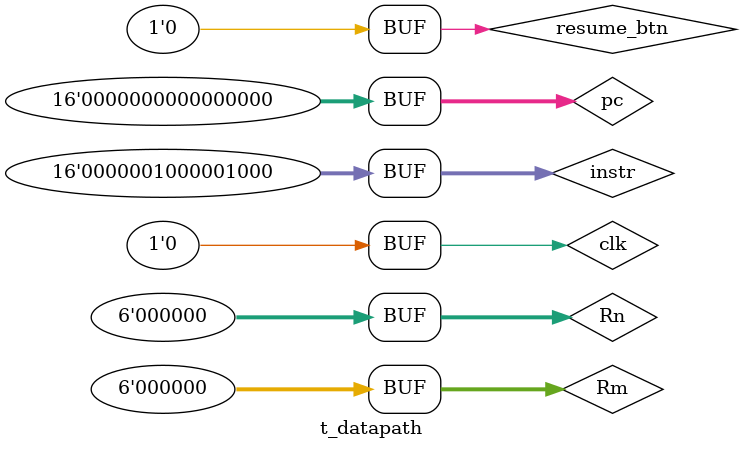
<source format=v>
`timescale 1ns / 1ps

module t_datapath;

	// Inputs
	reg clk;
	reg resume_btn;
	reg [5:0] Rm;
	reg [5:0] Rn;
	reg [15:0] pc;
	reg [15:0] instr;

	// Outputs
	wire clk_dis;
	wire jump_en;
	wire fetch_clk;
	wire [3:0] opcode;
	wire jump_addr;
	wire next_pc;
	wire [11:0] instr_addr;


	// Instantiate the Unit Under Test (UUT)
	datapath uut (
		.clk(clk), 
		.resume_btn(resume_btn), 
		.Rm(Rm), 
		.Rn(Rn), 
		.clk_dis(clk_dis), 
		.jump_en(jump_en), 
		.fetch_clk(fetch_clk), 
		.opcode(opcode), 
		.jump_addr(jump_addr), 
		.next_pc(next_pc), 
		.instr_addr(instr_addr), 
		.instr(instr)
	);

	initial begin
		// Initialize Inputs
		clk = 0;
		resume_btn = 0;
		Rm = 0;
		Rn = 0;
		pc = 0;

		// Wait 100 ns for global reset to finish
		#100;
        
		// Add stimulus here
		
		instr = 16'b0000_0010_0000_1000;

		/*initial begin
		instr_mem[12'b0000_0000_0000] = 16'b0000_0010_0000_1000;	//1
		instr_mem[12'b0000_0000_0001] = 16'b0000_0000_0000_0000; //3
		instr_mem[12'b0000_0000_0010] = 16'b0000_0010_0000_0011; //4
		instr_mem[12'b0000_0000_0011] = 16'b0000_0010_0000_1001; //5
		instr_mem[12'b0000_0000_1000] = 16'b0000_0010_0000_0001; //2
		instr_mem[12'b0000_0000_1001] = 16'b0000_0010_0000_0000; //6
		instr_mem[12'b0000_0000_1001] = 16'b0000_0010_0000_0000; //7 - JUMPS BACK TO 1
end*/

	end
      
		
endmodule


</source>
